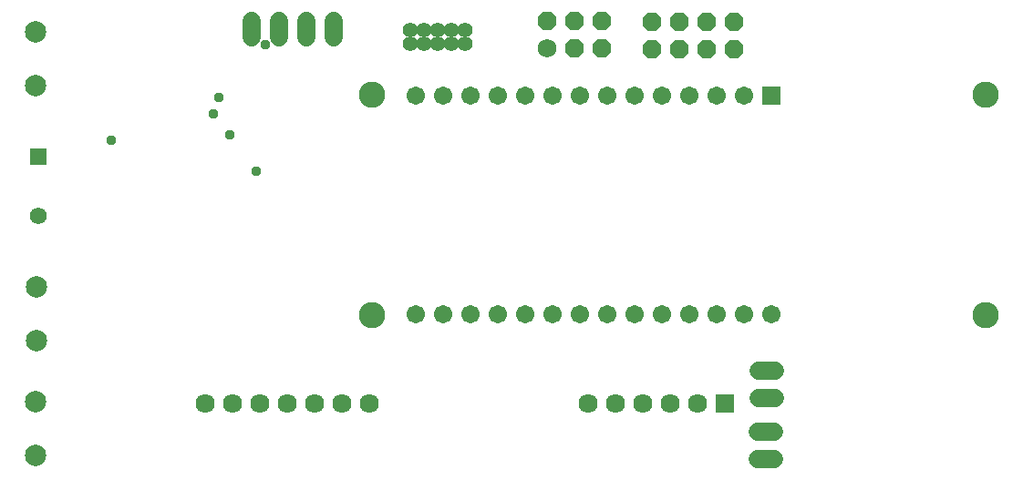
<source format=gbr>
G04 EAGLE Gerber RS-274X export*
G75*
%MOMM*%
%FSLAX34Y34*%
%LPD*%
%INSoldermask Bottom*%
%IPPOS*%
%AMOC8*
5,1,8,0,0,1.08239X$1,22.5*%
G01*
%ADD10C,1.727200*%
%ADD11P,1.869504X8X22.500000*%
%ADD12P,1.869504X8X202.500000*%
%ADD13C,1.727200*%
%ADD14R,1.711200X1.711200*%
%ADD15C,1.711200*%
%ADD16C,2.453200*%
%ADD17C,1.793200*%
%ADD18R,1.793200X1.793200*%
%ADD19C,1.993900*%
%ADD20C,1.422400*%
%ADD21R,1.574800X1.574800*%
%ADD22C,1.574800*%
%ADD23C,0.959600*%


D10*
X579800Y480200D03*
D11*
X605200Y480200D03*
X630600Y480200D03*
X579800Y505600D03*
X605200Y505600D03*
X630600Y505600D03*
D12*
X753400Y505190D03*
X728000Y505190D03*
X702600Y505190D03*
X677200Y505190D03*
X753400Y479790D03*
X728000Y479790D03*
X702600Y479790D03*
X677200Y479790D03*
D13*
X305530Y490460D02*
X305530Y505700D01*
X330930Y505700D02*
X330930Y490460D01*
X356330Y490460D02*
X356330Y505700D01*
X381730Y505700D02*
X381730Y490460D01*
D14*
X788652Y436600D03*
D15*
X763252Y436600D03*
X737852Y436600D03*
X712452Y436600D03*
X687052Y436600D03*
X661652Y436600D03*
X636252Y436600D03*
X610852Y436600D03*
X585452Y436600D03*
X560052Y436600D03*
X534652Y436600D03*
X509252Y436600D03*
X483852Y436600D03*
X458452Y436600D03*
X458452Y233400D03*
X483852Y233400D03*
X509252Y233400D03*
X534652Y233400D03*
X560052Y233400D03*
X585452Y233400D03*
X610852Y233400D03*
X636252Y233400D03*
X661652Y233400D03*
X687052Y233400D03*
X712452Y233400D03*
X737852Y233400D03*
X763252Y233400D03*
X788652Y233400D03*
D16*
X987500Y437500D03*
X987500Y232500D03*
X417500Y232500D03*
X417500Y437500D03*
D17*
X262400Y150000D03*
X287800Y150000D03*
X313200Y150000D03*
X338600Y150000D03*
X364000Y150000D03*
X389400Y150000D03*
X414800Y150000D03*
X643400Y150000D03*
X618000Y150000D03*
X668800Y150000D03*
X694200Y150000D03*
X719600Y150000D03*
D18*
X745000Y150000D03*
D19*
X106110Y258730D03*
X106110Y208692D03*
X105430Y152420D03*
X105430Y102382D03*
X104710Y495600D03*
X104710Y445562D03*
D20*
X503810Y497490D03*
X503810Y484790D03*
X491110Y497490D03*
X491110Y484790D03*
X478410Y497490D03*
X478410Y484790D03*
X465710Y497490D03*
X465710Y484790D03*
X453010Y497490D03*
X453010Y484790D03*
D13*
X776330Y155460D02*
X791570Y155460D01*
X791570Y180860D02*
X776330Y180860D01*
X776110Y123890D02*
X791350Y123890D01*
X791350Y98490D02*
X776110Y98490D01*
D21*
X107300Y379840D03*
D22*
X107300Y324722D03*
D23*
X318750Y483750D03*
X285750Y400050D03*
X310000Y366250D03*
X269837Y420000D03*
X275296Y434704D03*
X175000Y395000D03*
M02*

</source>
